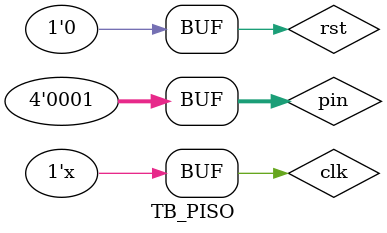
<source format=v>
`timescale 1ns / 1ps

module TB_PISO();
reg [3:0]pin;
reg clk,rst;
wire sout;

PISO dut(pin,clk,rst,sout);

always #5 clk=~clk;
initial begin 
clk=0;pin=5;rst=1;#10;rst=0;#50; 
rst=1; pin=14;#10;rst=0;#50; 
rst=1; pin=1;#10;rst=0;
end
endmodule

</source>
